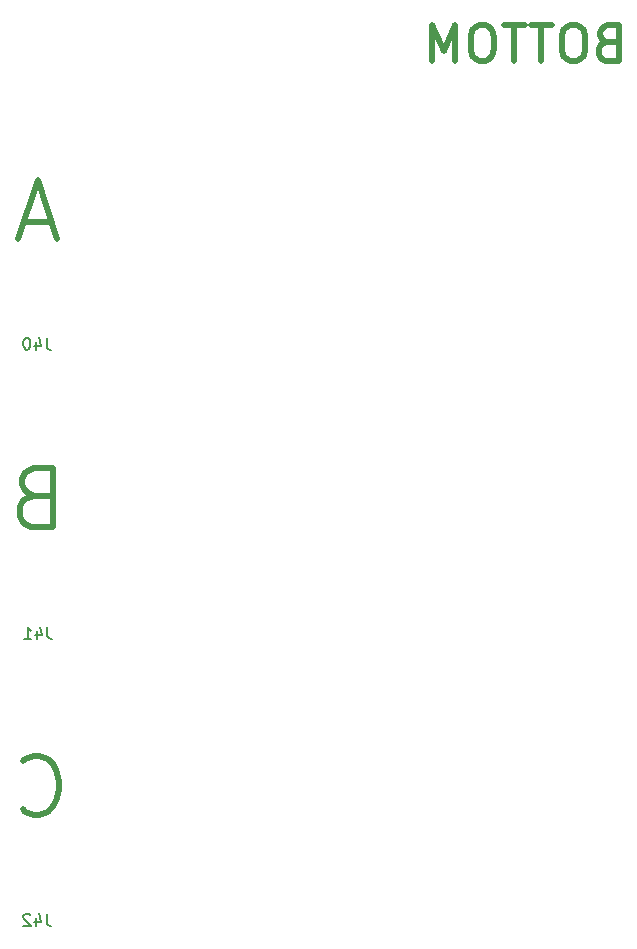
<source format=gbr>
G04 #@! TF.GenerationSoftware,KiCad,Pcbnew,(5.1.5)-3*
G04 #@! TF.CreationDate,2020-11-01T19:56:01+02:00*
G04 #@! TF.ProjectId,BLDC_FUSION_2020,424c4443-5f46-4555-9349-4f4e5f323032,2 Not Ordered*
G04 #@! TF.SameCoordinates,PX6dac2c0PY8583b00*
G04 #@! TF.FileFunction,Legend,Bot*
G04 #@! TF.FilePolarity,Positive*
%FSLAX46Y46*%
G04 Gerber Fmt 4.6, Leading zero omitted, Abs format (unit mm)*
G04 Created by KiCad (PCBNEW (5.1.5)-3) date 2020-11-01 19:56:01*
%MOMM*%
%LPD*%
G04 APERTURE LIST*
%ADD10C,0.500000*%
%ADD11C,0.150000*%
G04 APERTURE END LIST*
D10*
X248928571Y111714286D02*
X248500000Y111571429D01*
X248357142Y111428572D01*
X248214285Y111142858D01*
X248214285Y110714286D01*
X248357142Y110428572D01*
X248500000Y110285715D01*
X248785714Y110142858D01*
X249928571Y110142858D01*
X249928571Y113142858D01*
X248928571Y113142858D01*
X248642857Y113000000D01*
X248500000Y112857143D01*
X248357142Y112571429D01*
X248357142Y112285715D01*
X248500000Y112000000D01*
X248642857Y111857143D01*
X248928571Y111714286D01*
X249928571Y111714286D01*
X246357142Y113142858D02*
X245785714Y113142858D01*
X245500000Y113000000D01*
X245214285Y112714286D01*
X245071428Y112142858D01*
X245071428Y111142858D01*
X245214285Y110571429D01*
X245500000Y110285715D01*
X245785714Y110142858D01*
X246357142Y110142858D01*
X246642857Y110285715D01*
X246928571Y110571429D01*
X247071428Y111142858D01*
X247071428Y112142858D01*
X246928571Y112714286D01*
X246642857Y113000000D01*
X246357142Y113142858D01*
X244214285Y113142858D02*
X242500000Y113142858D01*
X243357142Y110142858D02*
X243357142Y113142858D01*
X241928571Y113142858D02*
X240214285Y113142858D01*
X241071428Y110142858D02*
X241071428Y113142858D01*
X238642857Y113142858D02*
X238071428Y113142858D01*
X237785714Y113000000D01*
X237500000Y112714286D01*
X237357142Y112142858D01*
X237357142Y111142858D01*
X237500000Y110571429D01*
X237785714Y110285715D01*
X238071428Y110142858D01*
X238642857Y110142858D01*
X238928571Y110285715D01*
X239214285Y110571429D01*
X239357142Y111142858D01*
X239357142Y112142858D01*
X239214285Y112714286D01*
X238928571Y113000000D01*
X238642857Y113142858D01*
X236071428Y110142858D02*
X236071428Y113142858D01*
X235071428Y111000000D01*
X234071428Y113142858D01*
X234071428Y110142858D01*
X201912476Y96494667D02*
X199531523Y96494667D01*
X202388666Y95066096D02*
X200722000Y100066096D01*
X199055333Y95066096D01*
X199428380Y46774286D02*
X199666476Y46536191D01*
X200380761Y46298096D01*
X200856952Y46298096D01*
X201571238Y46536191D01*
X202047428Y47012381D01*
X202285523Y47488572D01*
X202523619Y48440953D01*
X202523619Y49155239D01*
X202285523Y50107620D01*
X202047428Y50583810D01*
X201571238Y51060000D01*
X200856952Y51298096D01*
X200380761Y51298096D01*
X199666476Y51060000D01*
X199428380Y50821905D01*
X200364857Y73301143D02*
X199650571Y73063048D01*
X199412476Y72824953D01*
X199174380Y72348762D01*
X199174380Y71634477D01*
X199412476Y71158286D01*
X199650571Y70920191D01*
X200126761Y70682096D01*
X202031523Y70682096D01*
X202031523Y75682096D01*
X200364857Y75682096D01*
X199888666Y75444000D01*
X199650571Y75205905D01*
X199412476Y74729715D01*
X199412476Y74253524D01*
X199650571Y73777334D01*
X199888666Y73539239D01*
X200364857Y73301143D01*
X202031523Y73301143D01*
D11*
X201461523Y86699620D02*
X201461523Y85985334D01*
X201509142Y85842477D01*
X201604380Y85747239D01*
X201747238Y85699620D01*
X201842476Y85699620D01*
X200556761Y86366286D02*
X200556761Y85699620D01*
X200794857Y86747239D02*
X201032952Y86032953D01*
X200413904Y86032953D01*
X199842476Y86699620D02*
X199747238Y86699620D01*
X199652000Y86652000D01*
X199604380Y86604381D01*
X199556761Y86509143D01*
X199509142Y86318667D01*
X199509142Y86080572D01*
X199556761Y85890096D01*
X199604380Y85794858D01*
X199652000Y85747239D01*
X199747238Y85699620D01*
X199842476Y85699620D01*
X199937714Y85747239D01*
X199985333Y85794858D01*
X200032952Y85890096D01*
X200080571Y86080572D01*
X200080571Y86318667D01*
X200032952Y86509143D01*
X199985333Y86604381D01*
X199937714Y86652000D01*
X199842476Y86699620D01*
X201531523Y62188620D02*
X201531523Y61474334D01*
X201579142Y61331477D01*
X201674380Y61236239D01*
X201817238Y61188620D01*
X201912476Y61188620D01*
X200626761Y61855286D02*
X200626761Y61188620D01*
X200864857Y62236239D02*
X201102952Y61521953D01*
X200483904Y61521953D01*
X199579142Y61188620D02*
X200150571Y61188620D01*
X199864857Y61188620D02*
X199864857Y62188620D01*
X199960095Y62045762D01*
X200055333Y61950524D01*
X200150571Y61902905D01*
X201461523Y37931620D02*
X201461523Y37217334D01*
X201509142Y37074477D01*
X201604380Y36979239D01*
X201747238Y36931620D01*
X201842476Y36931620D01*
X200556761Y37598286D02*
X200556761Y36931620D01*
X200794857Y37979239D02*
X201032952Y37264953D01*
X200413904Y37264953D01*
X200080571Y37836381D02*
X200032952Y37884000D01*
X199937714Y37931620D01*
X199699619Y37931620D01*
X199604380Y37884000D01*
X199556761Y37836381D01*
X199509142Y37741143D01*
X199509142Y37645905D01*
X199556761Y37503048D01*
X200128190Y36931620D01*
X199509142Y36931620D01*
M02*

</source>
